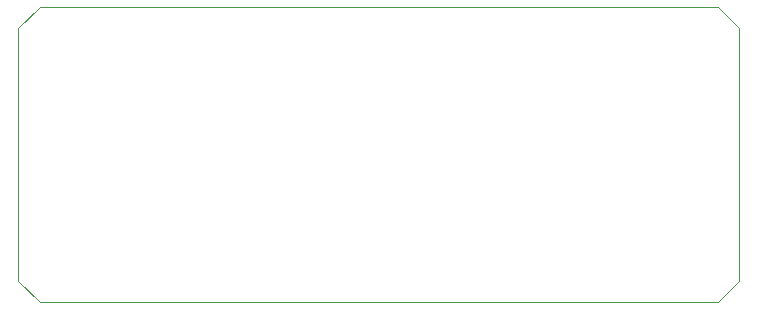
<source format=gbr>
%TF.GenerationSoftware,KiCad,Pcbnew,8.0.1*%
%TF.CreationDate,2024-04-22T12:52:14-04:00*%
%TF.ProjectId,QATCH_MUX_PCB_tester_1x1,51415443-485f-44d5-9558-5f5043425f74,1*%
%TF.SameCoordinates,Original*%
%TF.FileFunction,Profile,NP*%
%FSLAX46Y46*%
G04 Gerber Fmt 4.6, Leading zero omitted, Abs format (unit mm)*
G04 Created by KiCad (PCBNEW 8.0.1) date 2024-04-22 12:52:14*
%MOMM*%
%LPD*%
G01*
G04 APERTURE LIST*
%TA.AperFunction,Profile*%
%ADD10C,0.050000*%
%TD*%
G04 APERTURE END LIST*
D10*
X167200000Y-86800000D02*
X169000000Y-88600000D01*
X169000000Y-88600000D02*
X169000000Y-110000000D01*
X108000000Y-88600000D02*
X109800000Y-86800000D01*
X109800000Y-111800000D02*
X108000000Y-110000000D01*
X169000000Y-110000000D02*
X167200000Y-111800000D01*
X109800000Y-86800000D02*
X167200000Y-86800000D01*
X167200000Y-111800000D02*
X109800000Y-111800000D01*
X108000000Y-110000000D02*
X108000000Y-88600000D01*
M02*

</source>
